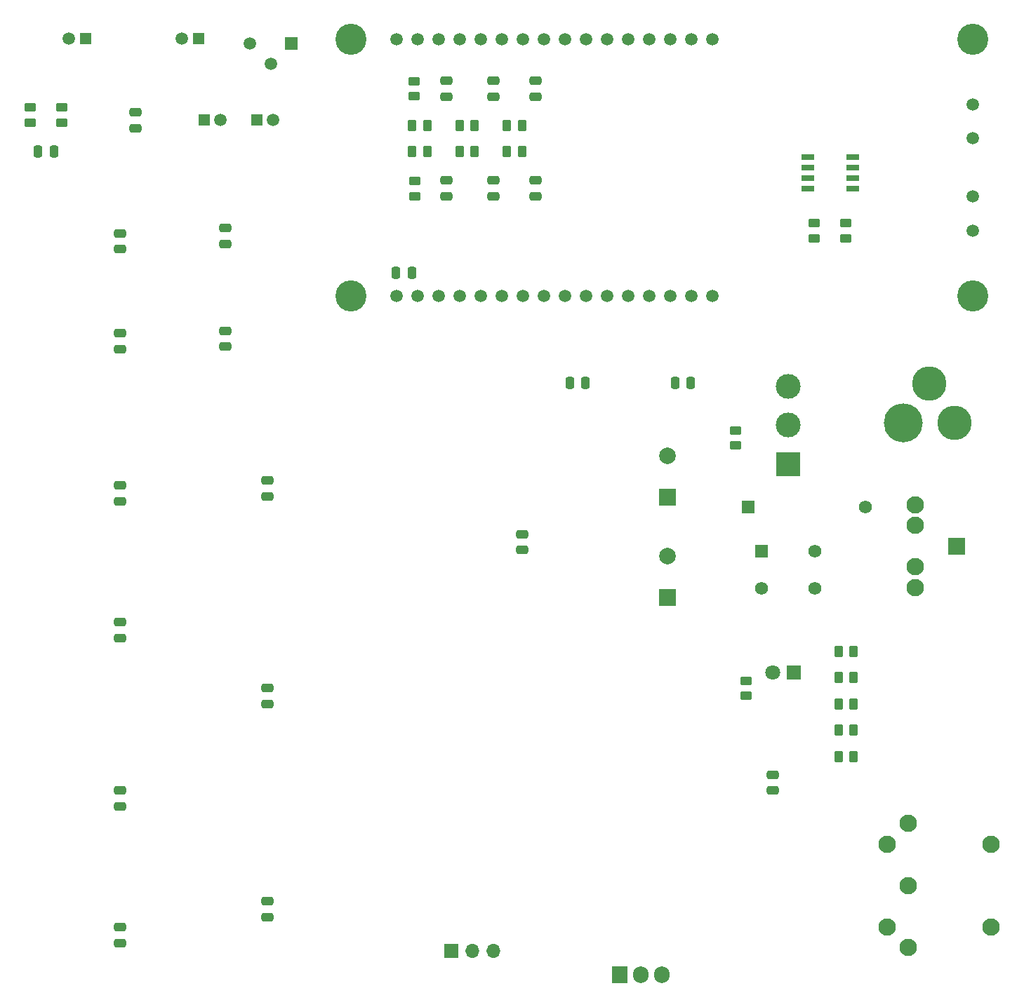
<source format=gbr>
%TF.GenerationSoftware,KiCad,Pcbnew,(6.0.5)*%
%TF.CreationDate,2023-06-11T10:02:41+02:00*%
%TF.ProjectId,Pico Sound,5069636f-2053-46f7-956e-642e6b696361,rev?*%
%TF.SameCoordinates,Original*%
%TF.FileFunction,Soldermask,Bot*%
%TF.FilePolarity,Negative*%
%FSLAX46Y46*%
G04 Gerber Fmt 4.6, Leading zero omitted, Abs format (unit mm)*
G04 Created by KiCad (PCBNEW (6.0.5)) date 2023-06-11 10:02:41*
%MOMM*%
%LPD*%
G01*
G04 APERTURE LIST*
G04 Aperture macros list*
%AMRoundRect*
0 Rectangle with rounded corners*
0 $1 Rounding radius*
0 $2 $3 $4 $5 $6 $7 $8 $9 X,Y pos of 4 corners*
0 Add a 4 corners polygon primitive as box body*
4,1,4,$2,$3,$4,$5,$6,$7,$8,$9,$2,$3,0*
0 Add four circle primitives for the rounded corners*
1,1,$1+$1,$2,$3*
1,1,$1+$1,$4,$5*
1,1,$1+$1,$6,$7*
1,1,$1+$1,$8,$9*
0 Add four rect primitives between the rounded corners*
20,1,$1+$1,$2,$3,$4,$5,0*
20,1,$1+$1,$4,$5,$6,$7,0*
20,1,$1+$1,$6,$7,$8,$9,0*
20,1,$1+$1,$8,$9,$2,$3,0*%
G04 Aperture macros list end*
%ADD10R,1.905000X2.000000*%
%ADD11O,1.905000X2.000000*%
%ADD12R,1.575000X1.575000*%
%ADD13C,1.575000*%
%ADD14R,1.500000X1.500000*%
%ADD15C,1.500000*%
%ADD16R,1.400000X1.400000*%
%ADD17R,3.000000X3.000000*%
%ADD18C,3.000000*%
%ADD19R,1.700000X1.700000*%
%ADD20O,1.700000X1.700000*%
%ADD21C,2.100000*%
%ADD22R,1.800000X1.800000*%
%ADD23C,1.800000*%
%ADD24R,2.000000X2.000000*%
%ADD25C,2.000000*%
%ADD26R,2.100000X2.100000*%
%ADD27C,3.750000*%
%ADD28C,4.700000*%
%ADD29C,4.150000*%
%ADD30RoundRect,0.250000X-0.262500X-0.450000X0.262500X-0.450000X0.262500X0.450000X-0.262500X0.450000X0*%
%ADD31RoundRect,0.250000X-0.475000X0.250000X-0.475000X-0.250000X0.475000X-0.250000X0.475000X0.250000X0*%
%ADD32RoundRect,0.250000X0.250000X0.475000X-0.250000X0.475000X-0.250000X-0.475000X0.250000X-0.475000X0*%
%ADD33RoundRect,0.250000X-0.450000X0.262500X-0.450000X-0.262500X0.450000X-0.262500X0.450000X0.262500X0*%
%ADD34RoundRect,0.250000X0.475000X-0.250000X0.475000X0.250000X-0.475000X0.250000X-0.475000X-0.250000X0*%
%ADD35RoundRect,0.250000X0.450000X-0.262500X0.450000X0.262500X-0.450000X0.262500X-0.450000X-0.262500X0*%
%ADD36RoundRect,0.250000X0.262500X0.450000X-0.262500X0.450000X-0.262500X-0.450000X0.262500X-0.450000X0*%
%ADD37R,1.550000X0.650000*%
G04 APERTURE END LIST*
D10*
%TO.C,U1*%
X193040000Y-160965000D03*
D11*
X195580000Y-160965000D03*
X198120000Y-160965000D03*
%TD*%
D12*
%TO.C,S2*%
X210110000Y-109827500D03*
D13*
X216610000Y-109827500D03*
X210110000Y-114327500D03*
X216610000Y-114327500D03*
%TD*%
D14*
%TO.C,VR1*%
X153420000Y-48520000D03*
D15*
X150920000Y-51020000D03*
X148420000Y-48520000D03*
%TD*%
D16*
%TO.C,C14*%
X142875000Y-57785000D03*
D15*
X144875000Y-57785000D03*
%TD*%
D16*
%TO.C,C13*%
X149225000Y-57785000D03*
D15*
X151225000Y-57785000D03*
%TD*%
D17*
%TO.C,S1*%
X213360000Y-99314000D03*
D18*
X213360000Y-94615000D03*
X213360000Y-89916000D03*
%TD*%
D19*
%TO.C,J2*%
X172720000Y-158115000D03*
D20*
X175260000Y-158115000D03*
X177800000Y-158115000D03*
%TD*%
D21*
%TO.C,J3*%
X227822500Y-142677500D03*
X227822500Y-150177500D03*
X227822500Y-157677500D03*
X225322500Y-145177500D03*
X225322500Y-155177500D03*
X237822500Y-145177500D03*
X237822500Y-155177500D03*
%TD*%
D22*
%TO.C,LED1*%
X214000000Y-124460000D03*
D23*
X211460000Y-124460000D03*
%TD*%
D16*
%TO.C,C19*%
X128607600Y-47922401D03*
D15*
X126607600Y-47922401D03*
%TD*%
D24*
%TO.C,C1*%
X198755000Y-115397677D03*
D25*
X198755000Y-110397677D03*
%TD*%
D26*
%TO.C,J5*%
X233680000Y-109220000D03*
D21*
X228680000Y-104220000D03*
X228680000Y-114220000D03*
X228680000Y-106720000D03*
X228680000Y-111720000D03*
%TD*%
D15*
%TO.C,DS1*%
X166120000Y-79000000D03*
X168660000Y-79000000D03*
X171200000Y-79000000D03*
X173740000Y-79000000D03*
X176280000Y-79000000D03*
X178820000Y-79000000D03*
X181360000Y-79000000D03*
X183900000Y-79000000D03*
X186440000Y-79000000D03*
X188980000Y-79000000D03*
X191520000Y-79000000D03*
X194060000Y-79000000D03*
X196600000Y-79000000D03*
X199140000Y-79000000D03*
X201680000Y-79000000D03*
X204220000Y-79000000D03*
X166120000Y-48000000D03*
X168660000Y-48000000D03*
X171200000Y-48000000D03*
X173740000Y-48000000D03*
X176280000Y-48000000D03*
X178820000Y-48000000D03*
X181360000Y-48000000D03*
X183900000Y-48000000D03*
X186440000Y-48000000D03*
X188980000Y-48000000D03*
X191520000Y-48000000D03*
X194060000Y-48000000D03*
X196600000Y-48000000D03*
X199140000Y-48000000D03*
X201680000Y-48000000D03*
X204220000Y-48000000D03*
X235620000Y-55880000D03*
X235620000Y-60000000D03*
X235620000Y-67000000D03*
X235620000Y-71120000D03*
D27*
X160620000Y-79000000D03*
X160620000Y-48000000D03*
X235620000Y-48000000D03*
X235620000Y-79000000D03*
%TD*%
D28*
%TO.C,J1*%
X227215700Y-94297500D03*
D29*
X230415700Y-89597500D03*
X233415700Y-94297500D03*
%TD*%
D12*
%TO.C,D1*%
X208533000Y-104458000D03*
D13*
X222633000Y-104458000D03*
%TD*%
D24*
%TO.C,C2*%
X198755000Y-103332677D03*
D25*
X198755000Y-98332677D03*
%TD*%
D16*
%TO.C,C22*%
X142240000Y-47922401D03*
D15*
X140240000Y-47922401D03*
%TD*%
D30*
%TO.C,R17*%
X173712500Y-58430000D03*
X175537500Y-58430000D03*
%TD*%
D31*
%TO.C,C31*%
X132715000Y-71456000D03*
X132715000Y-73356000D03*
%TD*%
%TO.C,C25*%
X150495000Y-152101000D03*
X150495000Y-154001000D03*
%TD*%
%TO.C,C26*%
X150495000Y-126370000D03*
X150495000Y-128270000D03*
%TD*%
D32*
%TO.C,C12*%
X124769000Y-61595000D03*
X122869000Y-61595000D03*
%TD*%
D31*
%TO.C,C34*%
X145415000Y-70821000D03*
X145415000Y-72721000D03*
%TD*%
D33*
%TO.C,R21*%
X220335000Y-70207500D03*
X220335000Y-72032500D03*
%TD*%
D30*
%TO.C,R19*%
X179427500Y-58430000D03*
X181252500Y-58430000D03*
%TD*%
D33*
%TO.C,R5*%
X121920000Y-56237500D03*
X121920000Y-58062500D03*
%TD*%
D34*
%TO.C,C30*%
X132715000Y-157144000D03*
X132715000Y-155244000D03*
%TD*%
D35*
%TO.C,R1*%
X207010000Y-97075000D03*
X207010000Y-95250000D03*
%TD*%
D31*
%TO.C,C24*%
X150495000Y-101301000D03*
X150495000Y-103201000D03*
%TD*%
D36*
%TO.C,R7*%
X221257500Y-121910000D03*
X219432500Y-121910000D03*
%TD*%
D30*
%TO.C,R18*%
X179427500Y-61605000D03*
X181252500Y-61605000D03*
%TD*%
D36*
%TO.C,R11*%
X221257500Y-134610000D03*
X219432500Y-134610000D03*
%TD*%
D30*
%TO.C,R16*%
X173712500Y-61605000D03*
X175537500Y-61605000D03*
%TD*%
D34*
%TO.C,C17*%
X177800000Y-66974000D03*
X177800000Y-65074000D03*
%TD*%
%TO.C,C28*%
X132715000Y-120314000D03*
X132715000Y-118414000D03*
%TD*%
D32*
%TO.C,C10*%
X201594000Y-89535000D03*
X199694000Y-89535000D03*
%TD*%
D33*
%TO.C,R20*%
X216525000Y-70207500D03*
X216525000Y-72032500D03*
%TD*%
D31*
%TO.C,C8*%
X181292500Y-107778000D03*
X181292500Y-109678000D03*
%TD*%
%TO.C,C21*%
X182880000Y-53041000D03*
X182880000Y-54941000D03*
%TD*%
%TO.C,C33*%
X134620000Y-56851000D03*
X134620000Y-58751000D03*
%TD*%
D35*
%TO.C,R3*%
X208290000Y-127277500D03*
X208290000Y-125452500D03*
%TD*%
D33*
%TO.C,R13*%
X168265000Y-53062500D03*
X168265000Y-54887500D03*
%TD*%
D34*
%TO.C,C27*%
X132715000Y-103804000D03*
X132715000Y-101904000D03*
%TD*%
D33*
%TO.C,R6*%
X125730000Y-56237500D03*
X125730000Y-58062500D03*
%TD*%
D34*
%TO.C,C32*%
X211455000Y-138729000D03*
X211455000Y-136829000D03*
%TD*%
D32*
%TO.C,C9*%
X167939000Y-76200000D03*
X166039000Y-76200000D03*
%TD*%
D30*
%TO.C,R14*%
X167997500Y-61605000D03*
X169822500Y-61605000D03*
%TD*%
%TO.C,R15*%
X167997500Y-58430000D03*
X169822500Y-58430000D03*
%TD*%
D34*
%TO.C,C20*%
X182880000Y-66974000D03*
X182880000Y-65074000D03*
%TD*%
D36*
%TO.C,R8*%
X221257500Y-125085000D03*
X219432500Y-125085000D03*
%TD*%
D31*
%TO.C,C3*%
X132715000Y-83521000D03*
X132715000Y-85421000D03*
%TD*%
D37*
%TO.C,IC19*%
X215715000Y-66040000D03*
X215715000Y-64770000D03*
X215715000Y-63500000D03*
X215715000Y-62230000D03*
X221165000Y-62230000D03*
X221165000Y-63500000D03*
X221165000Y-64770000D03*
X221165000Y-66040000D03*
%TD*%
D31*
%TO.C,C18*%
X177800000Y-53041000D03*
X177800000Y-54941000D03*
%TD*%
D34*
%TO.C,C29*%
X132715000Y-140634000D03*
X132715000Y-138734000D03*
%TD*%
D35*
%TO.C,R12*%
X168285000Y-66952500D03*
X168285000Y-65127500D03*
%TD*%
D36*
%TO.C,R10*%
X221257500Y-131435000D03*
X219432500Y-131435000D03*
%TD*%
D31*
%TO.C,C23*%
X145415000Y-83222000D03*
X145415000Y-85122000D03*
%TD*%
%TO.C,C16*%
X172085000Y-53041000D03*
X172085000Y-54941000D03*
%TD*%
D36*
%TO.C,R9*%
X221257500Y-128260000D03*
X219432500Y-128260000D03*
%TD*%
D32*
%TO.C,C11*%
X188894000Y-89535000D03*
X186994000Y-89535000D03*
%TD*%
D34*
%TO.C,C15*%
X172085000Y-66974000D03*
X172085000Y-65074000D03*
%TD*%
M02*

</source>
